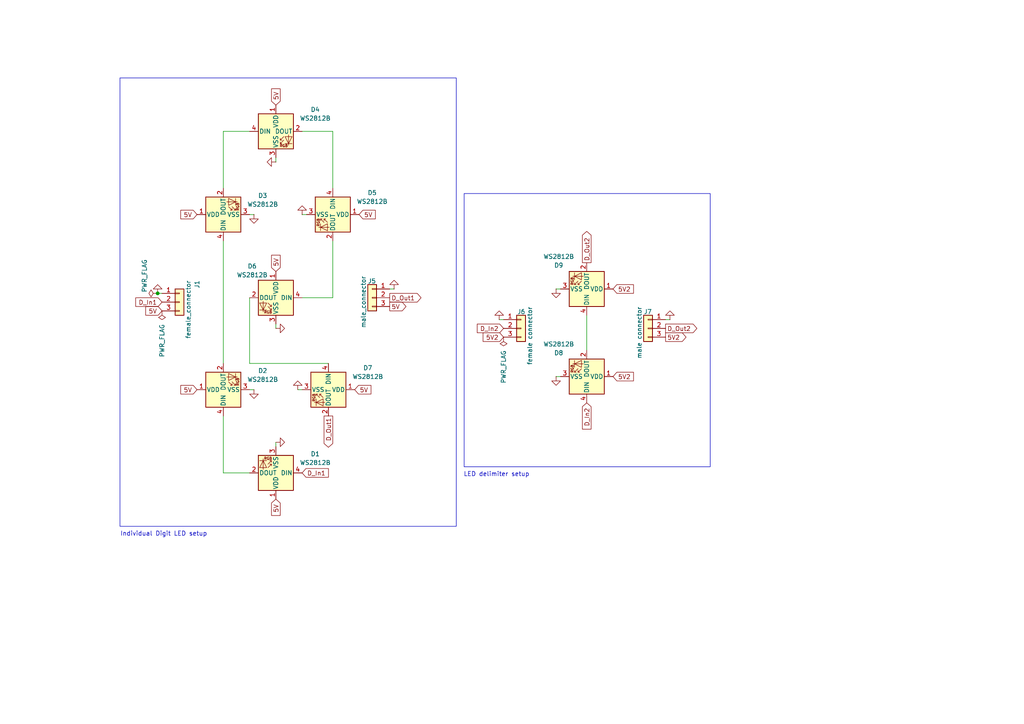
<source format=kicad_sch>
(kicad_sch (version 20231120) (generator "eeschema") (generator_version "8.0")
  (paper "A4")
  (lib_symbols
    (symbol "Connector_Generic:Conn_01x03" (pin_names (offset 1.016) hide)
      (property "Reference" "J" (at 0 5.08 0))
      (property "Value" "Conn_01x03" (at 0 -5.08 0))
      (symbol "Conn_01x03_1_1"
        (rectangle (start -1.27 -2.413) (end 0 -2.667) (stroke (width 0.1524)))
        (rectangle (start -1.27 0.127) (end 0 -0.127) (stroke (width 0.1524)))
        (rectangle (start -1.27 2.667) (end 0 2.413) (stroke (width 0.1524)))
        (rectangle (start -1.27 3.81) (end 1.27 -3.81) (stroke (width 0.254)) (fill (type background)))
        (pin passive line (at -5.08 2.54 0) (length 3.81) (name "Pin_1") (number "1"))
        (pin passive line (at -5.08 0 0) (length 3.81) (name "Pin_2") (number "2"))
        (pin passive line (at -5.08 -2.54 0) (length 3.81) (name "Pin_3") (number "3"))
      )
    )
    (symbol "LED:WS2812B" (pin_names (offset 0.254))
      (property "Reference" "D" (at 5.08 5.715 0))
      (property "Value" "WS2812B" (at 1.27 -5.715 0))
      (symbol "WS2812B_0_0"
        (text "RGB" (at 2.286 -4.191 0) (effects (font (size 0.762 0.762))))
      )
      (symbol "WS2812B_0_1"
        (polyline (pts (xy 1.27 -3.556) (xy 1.778 -3.556)))
        (polyline (pts (xy 1.27 -2.54) (xy 1.778 -2.54)))
        (polyline (pts (xy 4.699 -3.556) (xy 2.667 -3.556)))
        (polyline (pts (xy 2.286 -2.54) (xy 1.27 -3.556) (xy 1.27 -3.048)))
        (polyline (pts (xy 2.286 -1.524) (xy 1.27 -2.54) (xy 1.27 -2.032)))
        (polyline (pts (xy 3.683 -1.016) (xy 3.683 -3.556) (xy 3.683 -4.064)))
        (polyline (pts (xy 4.699 -1.524) (xy 2.667 -1.524) (xy 3.683 -3.556) (xy 4.699 -1.524)))
        (rectangle (start 5.08 5.08) (end -5.08 -5.08) (stroke (width 0.254)) (fill (type background)))
      )
      (symbol "WS2812B_1_1"
        (pin power_in line (at 0 7.62 270) (length 2.54) (name "VDD") (number "1"))
        (pin output line (at 7.62 0 180) (length 2.54) (name "DOUT") (number "2"))
        (pin power_in line (at 0 -7.62 90) (length 2.54) (name "VSS") (number "3"))
        (pin input line (at -7.62 0 0) (length 2.54) (name "DIN") (number "4"))
      )
    )
    (symbol "power:GND" (power) (pin_numbers hide) (pin_names (offset 0) hide)
      (property "Value" "GND" (at 0 -3.81 0))
      (symbol "GND_0_1"
        (polyline (pts (xy 0 0) (xy 0 -1.27) (xy 1.27 -1.27) (xy 0 -2.54) (xy -1.27 -1.27) (xy 0 -1.27)))
      )
      (symbol "GND_1_1"
        (pin power_in line (at 0 0 270) (length 0) (name "~") (number "1"))
      )
    )
    (symbol "power:PWR_FLAG" (power) (pin_numbers hide) (pin_names (offset 0) hide)
      (property "Value" "PWR_FLAG" (at 0 3.81 0))
      (symbol "PWR_FLAG_0_0"
        (pin power_out line (at 0 0 90) (length 0) (name "~") (number "1"))
      )
      (symbol "PWR_FLAG_0_1"
        (polyline (pts (xy 0 0) (xy 0 1.27) (xy -1.016 1.905) (xy 0 2.54) (xy 1.016 1.905) (xy 0 1.27)))
      )
    )
  )
  (junction (at 45.72 85.09))
  (wire (pts (xy 46.99 85.09) (xy 45.72 85.09)))
  (wire (pts (xy 72.39 86.36) (xy 72.39 105.41)))
  (wire (pts (xy 80.01 93.98) (xy 80.01 95.25)))
  (wire (pts (xy 80.01 129.54) (xy 80.01 128.27)))
  (wire (pts (xy 72.39 105.41) (xy 95.25 105.41)))
  (wire (pts (xy 170.18 91.44) (xy 170.18 101.6)))
  (wire (pts (xy 64.77 69.85) (xy 64.77 105.41)))
  (wire (pts (xy 87.63 38.1) (xy 96.52 38.1)))
  (wire (pts (xy 161.29 109.22) (xy 162.56 109.22)))
  (wire (pts (xy 161.29 83.82) (xy 162.56 83.82)))
  (wire (pts (xy 193.04 92.71) (xy 194.31 92.71)))
  (wire (pts (xy 96.52 38.1) (xy 96.52 54.61)))
  (wire (pts (xy 64.77 137.16) (xy 72.39 137.16)))
  (wire (pts (xy 88.9 62.23) (xy 87.63 62.23)))
  (wire (pts (xy 64.77 54.61) (xy 64.77 38.1)))
  (wire (pts (xy 87.63 113.03) (xy 86.36 113.03)))
  (wire (pts (xy 96.52 69.85) (xy 96.52 86.36)))
  (wire (pts (xy 80.01 45.72) (xy 80.01 46.99)))
  (wire (pts (xy 64.77 120.65) (xy 64.77 137.16)))
  (wire (pts (xy 113.03 83.82) (xy 114.3 83.82)))
  (wire (pts (xy 146.05 92.71) (xy 144.78 92.71)))
  (wire (pts (xy 64.77 38.1) (xy 72.39 38.1)))
  (wire (pts (xy 72.39 113.03) (xy 73.66 113.03)))
  (wire (pts (xy 72.39 62.23) (xy 73.66 62.23)))
  (wire (pts (xy 87.63 86.36) (xy 96.52 86.36)))
  (rectangle (start 134.62 56.134) (end 205.994 135.382))
  (rectangle (start 34.798 22.606) (end 132.334 152.654))
  (text "LED delimiter setup" (at 144.018 137.668 0) (effects (font (size 1.27 1.27))))
  (text "Individual Digit LED setup\n" (at 47.498 154.94 0) (effects (font (size 1.27 1.27))))
  (global_label "5V" (shape input) (at 80.01 144.78 270) (property "Intersheetrefs" "${INTERSHEET_REFS}" (effects (hide yes))))
  (global_label "D_Out2" (shape output) (at 193.04 95.25 0) (property "Intersheetrefs" "${INTERSHEET_REFS}" (effects (hide yes))))
  (global_label "5V2" (shape input) (at 146.05 97.79 180) (property "Intersheetrefs" "${INTERSHEET_REFS}" (effects (hide yes))))
  (global_label "5V" (shape input) (at 57.15 62.23 180) (property "Intersheetrefs" "${INTERSHEET_REFS}" (effects (hide yes))))
  (global_label "5V" (shape input) (at 104.14 62.23 0) (property "Intersheetrefs" "${INTERSHEET_REFS}" (effects (hide yes))))
  (global_label "5V" (shape input) (at 80.01 78.74 90) (property "Intersheetrefs" "${INTERSHEET_REFS}" (effects (hide yes))))
  (global_label "5V" (shape input) (at 102.87 113.03 0) (property "Intersheetrefs" "${INTERSHEET_REFS}" (effects (hide yes))))
  (global_label "5V2" (shape input) (at 177.8 83.82 0) (property "Intersheetrefs" "${INTERSHEET_REFS}" (effects (hide yes))))
  (global_label "5V" (shape output) (at 113.03 88.9 0) (property "Intersheetrefs" "${INTERSHEET_REFS}" (effects (hide yes))))
  (global_label "D_In1" (shape input) (at 46.99 87.63 180) (property "Intersheetrefs" "${INTERSHEET_REFS}" (effects (hide yes))))
  (global_label "5V" (shape input) (at 46.99 90.17 180) (property "Intersheetrefs" "${INTERSHEET_REFS}" (effects (hide yes))))
  (global_label "D_Out1" (shape output) (at 113.03 86.36 0) (property "Intersheetrefs" "${INTERSHEET_REFS}" (effects (hide yes))))
  (global_label "5V2" (shape output) (at 193.04 97.79 0) (property "Intersheetrefs" "${INTERSHEET_REFS}" (effects (hide yes))))
  (global_label "5V" (shape input) (at 57.15 113.03 180) (property "Intersheetrefs" "${INTERSHEET_REFS}" (effects (hide yes))))
  (global_label "5V2" (shape input) (at 177.8 109.22 0) (property "Intersheetrefs" "${INTERSHEET_REFS}" (effects (hide yes))))
  (global_label "D_In2" (shape input) (at 146.05 95.25 180) (property "Intersheetrefs" "${INTERSHEET_REFS}" (effects (hide yes))))
  (global_label "5V" (shape input) (at 80.01 30.48 90) (property "Intersheetrefs" "${INTERSHEET_REFS}" (effects (hide yes))))
  (global_label "D_In1" (shape input) (at 87.63 137.16 0) (property "Intersheetrefs" "${INTERSHEET_REFS}" (effects (hide yes))))
  (global_label "D_In2" (shape input) (at 170.18 116.84 270) (property "Intersheetrefs" "${INTERSHEET_REFS}" (effects (hide yes))))
  (global_label "D_Out2" (shape output) (at 170.18 76.2 90) (property "Intersheetrefs" "${INTERSHEET_REFS}" (effects (hide yes))))
  (global_label "D_Out1" (shape output) (at 95.25 120.65 270) (property "Intersheetrefs" "${INTERSHEET_REFS}" (effects (hide yes))))
  (symbol (lib_id "power:GND") (at 114.3 83.82 0) (mirror x) (unit 1)
    (property "Reference" "#PWR02" (effects (hide yes)))
    (property "Value" "GND" (effects (hide yes)))
    (property "Description" "Power symbol creates a global label with name \"GND\" , ground" (effects (hide yes)))
  )
  (symbol (lib_id "power:PWR_FLAG") (at 45.72 85.09 90) (unit 1)
    (property "Reference" "#FLG02" (effects (hide yes)))
    (property "Value" "PWR_FLAG" (at 41.91 80.01 0))
    (property "Description" "Special symbol for telling ERC where power comes from" (effects (hide yes)))
  )
  (symbol (lib_id "power:GND") (at 194.31 92.71 0) (mirror x) (unit 1)
    (property "Reference" "#PWR07" (effects (hide yes)))
    (property "Value" "GND" (effects (hide yes)))
    (property "Description" "Power symbol creates a global label with name \"GND\" , ground" (effects (hide yes)))
  )
  (symbol (lib_id "power:GND") (at 161.29 109.22 0) (unit 1)
    (property "Reference" "#PWR033" (effects (hide yes)))
    (property "Value" "GND" (effects (hide yes)))
    (property "Description" "Power symbol creates a global label with name \"GND\" , ground" (effects (hide yes)))
  )
  (symbol (lib_id "power:GND") (at 73.66 62.23 0) (unit 1)
    (property "Reference" "#PWR08" (effects (hide yes)))
    (property "Value" "GND" (effects (hide yes)))
    (property "Description" "Power symbol creates a global label with name \"GND\" , ground" (effects (hide yes)))
  )
  (symbol (lib_id "LED:WS2812B") (at 64.77 62.23 90) (unit 1)
    (property "Reference" "D3" (at 76.2 56.7338 90))
    (property "Value" "WS2812B" (at 76.2 59.2738 90))
    (property "Footprint" "LED_SMD:oneLED" (effects (hide yes)))
    (property "Datasheet" "https://cdn-shop.adafruit.com/datasheets/WS2812B.pdf" (effects (hide yes)))
    (property "Description" "RGB LED with integrated controller" (effects (hide yes)))
  )
  (symbol (lib_id "LED:WS2812B") (at 80.01 38.1 0) (unit 1)
    (property "Reference" "D4" (at 91.44 31.7814 0))
    (property "Value" "WS2812B" (at 91.44 34.3214 0))
    (property "Footprint" "LED_SMD:oneLED" (effects (hide yes)))
    (property "Datasheet" "https://cdn-shop.adafruit.com/datasheets/WS2812B.pdf" (effects (hide yes)))
    (property "Description" "RGB LED with integrated controller" (effects (hide yes)))
  )
  (symbol (lib_id "power:PWR_FLAG") (at 146.05 97.79 180) (unit 1)
    (property "Reference" "#FLG05" (effects (hide yes)))
    (property "Value" "PWR_FLAG" (at 146.0501 101.6 90) (effects (justify left)))
    (property "Description" "Special symbol for telling ERC where power comes from" (effects (hide yes)))
  )
  (symbol (lib_id "power:PWR_FLAG") (at 46.99 90.17 180) (unit 1)
    (property "Reference" "#FLG01" (effects (hide yes)))
    (property "Value" "PWR_FLAG" (at 46.9901 93.98 90) (effects (justify left)))
    (property "Description" "Special symbol for telling ERC where power comes from" (effects (hide yes)))
  )
  (symbol (lib_id "power:GND") (at 87.63 62.23 180) (unit 1)
    (property "Reference" "#PWR013" (effects (hide yes)))
    (property "Value" "GND" (effects (hide yes)))
    (property "Description" "Power symbol creates a global label with name \"GND\" , ground" (effects (hide yes)))
  )
  (symbol (lib_id "LED:WS2812B") (at 80.01 137.16 180) (unit 1)
    (property "Reference" "D1" (at 91.44 131.6638 0))
    (property "Value" "WS2812B" (at 91.44 134.2038 0))
    (property "Footprint" "LED_SMD:oneLED" (effects (hide yes)))
    (property "Datasheet" "https://cdn-shop.adafruit.com/datasheets/WS2812B.pdf" (effects (hide yes)))
    (property "Description" "RGB LED with integrated controller" (effects (hide yes)))
  )
  (symbol (lib_id "LED:WS2812B") (at 170.18 109.22 270) (mirror x) (unit 1)
    (property "Reference" "D8" (at 162.052 102.362 90))
    (property "Value" "WS2812B" (at 162.052 99.822 90))
    (property "Footprint" "LED_SMD:oneLED" (effects (hide yes)))
    (property "Datasheet" "https://cdn-shop.adafruit.com/datasheets/WS2812B.pdf" (effects (hide yes)))
    (property "Description" "RGB LED with integrated controller" (effects (hide yes)))
  )
  (symbol (lib_id "power:GND") (at 45.72 85.09 180) (unit 1)
    (property "Reference" "#PWR030" (effects (hide yes)))
    (property "Value" "GND" (effects (hide yes)))
    (property "Description" "Power symbol creates a global label with name \"GND\" , ground" (effects (hide yes)))
  )
  (symbol (lib_id "Connector_Generic:Conn_01x03") (at 52.07 87.63 0) (unit 1)
    (property "Reference" "J1" (at 57.15 81.28 90) (effects (justify right)))
    (property "Value" "female_connector" (at 54.61 81.28 90) (effects (justify right)))
    (property "Footprint" "Connector_PinHeader_2.54mm:PinHeader_1x03_P2.54mm_Vertical" (effects (hide yes)))
    (property "Description" "Generic connector, single row, 01x03, script generated (kicad-library-utils/schlib/autogen/connector/)" (effects (hide yes)))
  )
  (symbol (lib_id "LED:WS2812B") (at 80.01 86.36 0) (mirror y) (unit 1)
    (property "Reference" "D6" (at 73.152 77.216 0))
    (property "Value" "WS2812B" (at 73.152 79.756 0))
    (property "Footprint" "LED_SMD:oneLED" (effects (hide yes)))
    (property "Datasheet" "https://cdn-shop.adafruit.com/datasheets/WS2812B.pdf" (effects (hide yes)))
    (property "Description" "RGB LED with integrated controller" (effects (hide yes)))
  )
  (symbol (lib_id "Connector_Generic:Conn_01x03") (at 151.13 95.25 0) (unit 1)
    (property "Reference" "J6" (at 152.4 90.424 0) (effects (justify right)))
    (property "Value" "female connector" (at 153.67 88.9 90) (effects (justify right)))
    (property "Footprint" "Connector_PinHeader_2.54mm:PinHeader_1x03_P2.54mm_Vertical" (effects (hide yes)))
    (property "Description" "Generic connector, single row, 01x03, script generated (kicad-library-utils/schlib/autogen/connector/)" (effects (hide yes)))
  )
  (symbol (lib_id "Connector_Generic:Conn_01x03") (at 187.96 95.25 0) (mirror y) (unit 1)
    (property "Reference" "J7" (at 186.69 90.424 0) (effects (justify right)))
    (property "Value" "male connector" (at 185.42 88.9 90) (effects (justify right)))
    (property "Footprint" "Connector_PinHeader_2.54mm:PinHeader_1x03_P2.54mm_Vertical" (effects (hide yes)))
    (property "Description" "Generic connector, single row, 01x03, script generated (kicad-library-utils/schlib/autogen/connector/)" (effects (hide yes)))
  )
  (symbol (lib_id "power:GND") (at 73.66 113.03 0) (unit 1)
    (property "Reference" "#PWR04" (effects (hide yes)))
    (property "Value" "GND" (effects (hide yes)))
    (property "Description" "Power symbol creates a global label with name \"GND\" , ground" (effects (hide yes)))
  )
  (symbol (lib_id "LED:WS2812B") (at 95.25 113.03 270) (unit 1)
    (property "Reference" "D7" (at 106.68 106.7114 90))
    (property "Value" "WS2812B" (at 106.68 109.2514 90))
    (property "Footprint" "LED_SMD:oneLED" (effects (hide yes)))
    (property "Datasheet" "https://cdn-shop.adafruit.com/datasheets/WS2812B.pdf" (effects (hide yes)))
    (property "Description" "RGB LED with integrated controller" (effects (hide yes)))
  )
  (symbol (lib_id "LED:WS2812B") (at 64.77 113.03 90) (unit 1)
    (property "Reference" "D2" (at 76.2 107.5338 90))
    (property "Value" "WS2812B" (at 76.2 110.0738 90))
    (property "Footprint" "LED_SMD:oneLED" (effects (hide yes)))
    (property "Datasheet" "https://cdn-shop.adafruit.com/datasheets/WS2812B.pdf" (effects (hide yes)))
    (property "Description" "RGB LED with integrated controller" (effects (hide yes)))
  )
  (symbol (lib_id "Connector_Generic:Conn_01x03") (at 107.95 86.36 0) (mirror y) (unit 1)
    (property "Reference" "J5" (at 106.68 81.534 0) (effects (justify right)))
    (property "Value" "male_connector" (at 105.41 80.01 90) (effects (justify right)))
    (property "Footprint" "Connector_PinHeader_2.54mm:PinHeader_1x03_P2.54mm_Vertical" (effects (hide yes)))
    (property "Description" "Generic connector, single row, 01x03, script generated (kicad-library-utils/schlib/autogen/connector/)" (effects (hide yes)))
  )
  (symbol (lib_id "power:GND") (at 80.01 95.25 90) (mirror x) (unit 1)
    (property "Reference" "#PWR06" (effects (hide yes)))
    (property "Value" "GND" (effects (hide yes)))
    (property "Description" "Power symbol creates a global label with name \"GND\" , ground" (effects (hide yes)))
  )
  (symbol (lib_id "LED:WS2812B") (at 96.52 62.23 270) (unit 1)
    (property "Reference" "D5" (at 107.95 55.9114 90))
    (property "Value" "WS2812B" (at 107.95 58.4514 90))
    (property "Footprint" "LED_SMD:oneLED" (effects (hide yes)))
    (property "Datasheet" "https://cdn-shop.adafruit.com/datasheets/WS2812B.pdf" (effects (hide yes)))
    (property "Description" "RGB LED with integrated controller" (effects (hide yes)))
  )
  (symbol (lib_id "power:GND") (at 80.01 46.99 270) (unit 1)
    (property "Reference" "#PWR014" (effects (hide yes)))
    (property "Value" "GND" (effects (hide yes)))
    (property "Description" "Power symbol creates a global label with name \"GND\" , ground" (effects (hide yes)))
  )
  (symbol (lib_id "power:GND") (at 161.29 83.82 0) (unit 1)
    (property "Reference" "#PWR01" (effects (hide yes)))
    (property "Value" "GND" (effects (hide yes)))
    (property "Description" "Power symbol creates a global label with name \"GND\" , ground" (effects (hide yes)))
  )
  (symbol (lib_id "power:GND") (at 144.78 92.71 180) (unit 1)
    (property "Reference" "#PWR05" (effects (hide yes)))
    (property "Value" "GND" (effects (hide yes)))
    (property "Description" "Power symbol creates a global label with name \"GND\" , ground" (effects (hide yes)))
  )
  (symbol (lib_id "LED:WS2812B") (at 170.18 83.82 270) (mirror x) (unit 1)
    (property "Reference" "D9" (at 162.052 76.962 90))
    (property "Value" "WS2812B" (at 162.052 74.422 90))
    (property "Footprint" "LED_SMD:oneLED" (effects (hide yes)))
    (property "Datasheet" "https://cdn-shop.adafruit.com/datasheets/WS2812B.pdf" (effects (hide yes)))
    (property "Description" "RGB LED with integrated controller" (effects (hide yes)))
  )
  (symbol (lib_id "power:GND") (at 86.36 113.03 180) (unit 1)
    (property "Reference" "#PWR011" (effects (hide yes)))
    (property "Value" "GND" (effects (hide yes)))
    (property "Description" "Power symbol creates a global label with name \"GND\" , ground" (effects (hide yes)))
  )
  (symbol (lib_id "power:GND") (at 80.01 128.27 90) (unit 1)
    (property "Reference" "#PWR03" (effects (hide yes)))
    (property "Value" "GND" (effects (hide yes)))
    (property "Description" "Power symbol creates a global label with name \"GND\" , ground" (effects (hide yes)))
  )
)
</source>
